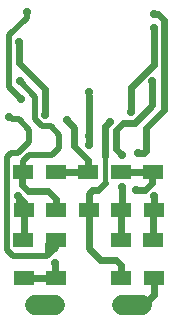
<source format=gbr>
%FSLAX34Y34*%
%MOMM*%
%LNCOPPER_BOTTOM*%
G71*
G01*
%ADD10C, 0.700*%
%ADD11C, 0.600*%
%ADD12C, 1.700*%
%ADD13R, 1.800X1.300*%
%ADD14C, 0.500*%
%ADD15C, 0.400*%
%LPD*%
X94000Y-121000D02*
G54D10*
D03*
X149000Y-55000D02*
G54D10*
D03*
X149000Y-67000D02*
G54D10*
D03*
X148000Y-112000D02*
G54D10*
D03*
X112000Y-146000D02*
G54D10*
D03*
X76000Y-145000D02*
G54D10*
D03*
X36000Y-112000D02*
G54D10*
D03*
X35000Y-79000D02*
G54D10*
D03*
X42000Y-53000D02*
G54D10*
D03*
G54D11*
X94000Y-124000D02*
X94000Y-158000D01*
G54D12*
X122500Y-301500D02*
X139500Y-301500D01*
G54D12*
X48500Y-301500D02*
X65500Y-301500D01*
X38900Y-188600D02*
G54D13*
D03*
X39000Y-221100D02*
G54D13*
D03*
X66400Y-188600D02*
G54D13*
D03*
X66500Y-221100D02*
G54D13*
D03*
X93900Y-188600D02*
G54D13*
D03*
X94000Y-221100D02*
G54D13*
D03*
X121400Y-188600D02*
G54D13*
D03*
X121500Y-221100D02*
G54D13*
D03*
X148900Y-188600D02*
G54D13*
D03*
X149000Y-221100D02*
G54D13*
D03*
X38900Y-246100D02*
G54D13*
D03*
X39000Y-278600D02*
G54D13*
D03*
X66400Y-246100D02*
G54D13*
D03*
X66500Y-278600D02*
G54D13*
D03*
X121400Y-246100D02*
G54D13*
D03*
X121500Y-278600D02*
G54D13*
D03*
X148900Y-246100D02*
G54D13*
D03*
X149000Y-278600D02*
G54D13*
D03*
G54D11*
X149000Y-293000D02*
X149000Y-278600D01*
G54D11*
X148900Y-246100D02*
X148900Y-221200D01*
X149000Y-221100D01*
G54D11*
X148900Y-188600D02*
X121400Y-188600D01*
G54D11*
X121500Y-221100D02*
X121500Y-246000D01*
X121400Y-246100D01*
G54D11*
X121500Y-278600D02*
X121500Y-267500D01*
X117000Y-263000D01*
X104000Y-263000D01*
X94000Y-253000D01*
X94000Y-221100D01*
G54D11*
X93900Y-188600D02*
X66400Y-188600D01*
G54D11*
X66500Y-221100D02*
X66500Y-211500D01*
X60000Y-205000D01*
X43000Y-205000D01*
X38000Y-200000D01*
X38000Y-189500D01*
X38900Y-188600D01*
G54D11*
X39000Y-221100D02*
X39000Y-246000D01*
X38900Y-246100D01*
G54D11*
X39000Y-278600D02*
X66500Y-278600D01*
G54D11*
X149000Y-55000D02*
X153000Y-55000D01*
X158000Y-60000D01*
X158000Y-136000D01*
X143000Y-151000D01*
X143000Y-171000D01*
X141000Y-173000D01*
X136000Y-173000D01*
X136000Y-173000D02*
G54D10*
D03*
X149000Y-209000D02*
G54D10*
D03*
G54D11*
X149000Y-209000D02*
X149000Y-221100D01*
G54D11*
X112000Y-146000D02*
X108000Y-150000D01*
X108000Y-175000D01*
X122000Y-201000D02*
G54D10*
D03*
G54D11*
X122000Y-221000D02*
X122000Y-201000D01*
X122000Y-174000D02*
G54D10*
D03*
X130000Y-138000D02*
G54D10*
D03*
X134000Y-204000D02*
G54D10*
D03*
G54D11*
X134000Y-204000D02*
X142000Y-204000D01*
X148000Y-198000D01*
X148000Y-189500D01*
X148900Y-188600D01*
G54D14*
X66400Y-246100D02*
X66400Y-252600D01*
X59000Y-260000D01*
X30000Y-260000D01*
X25000Y-255000D01*
X25000Y-176000D01*
X28000Y-173000D01*
G54D14*
X28000Y-173000D02*
X34000Y-173000D01*
X44000Y-163000D01*
X44000Y-153000D01*
X35000Y-144000D01*
X30000Y-144000D01*
X27000Y-142000D01*
G54D14*
X38900Y-188600D02*
X38900Y-179100D01*
X44000Y-174000D01*
X63000Y-174000D01*
X69000Y-168000D01*
X69000Y-157000D01*
X62000Y-150000D01*
X55000Y-150000D01*
X49000Y-144000D01*
X49000Y-125000D01*
X36000Y-112000D01*
X34500Y-209000D02*
G54D10*
D03*
G54D11*
X34000Y-209000D02*
X39000Y-214000D01*
X39000Y-221100D01*
X57000Y-140000D02*
G54D10*
D03*
X27000Y-142000D02*
G54D10*
D03*
G54D11*
X57000Y-140000D02*
X57000Y-118000D01*
X35000Y-96000D01*
X35000Y-79000D01*
G54D14*
X42000Y-53000D02*
X42000Y-58000D01*
X27000Y-73000D01*
X27000Y-117000D01*
X37000Y-127000D01*
X66000Y-266000D02*
G54D10*
D03*
G54D11*
X66000Y-266000D02*
X66000Y-278100D01*
X66500Y-278600D01*
X37000Y-127000D02*
G54D10*
D03*
X94000Y-158000D02*
G54D10*
D03*
X94000Y-166000D02*
G54D10*
D03*
G54D11*
X94000Y-158000D02*
X94000Y-166000D01*
G54D11*
X93900Y-188600D02*
X93900Y-178900D01*
X82000Y-167000D01*
X82000Y-151000D01*
X76000Y-145000D01*
G54D11*
X148000Y-112000D02*
X148000Y-132000D01*
X133000Y-147000D01*
X123000Y-147000D01*
X117000Y-153000D01*
X117000Y-169000D01*
X122000Y-174000D01*
G54D11*
X94000Y-221100D02*
X94000Y-207000D01*
X97000Y-204000D01*
X102000Y-204000D01*
X108000Y-198000D01*
G54D15*
X108000Y-198000D02*
X108000Y-175000D01*
G54D15*
X34000Y-209000D02*
X34000Y-215000D01*
X36000Y-217000D01*
G54D14*
X60000Y-250000D02*
X60000Y-259000D01*
X59000Y-260000D01*
G54D14*
X63000Y-249000D02*
X63000Y-253000D01*
G54D11*
X131000Y-301500D02*
X140500Y-301500D01*
X149000Y-293000D01*
G54D11*
X149000Y-67000D02*
X149000Y-98000D01*
X130000Y-117000D01*
X130000Y-138000D01*
M02*

</source>
